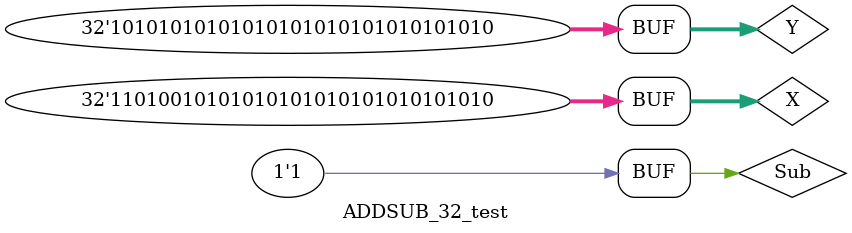
<source format=v>
`timescale 1ns / 1ps


module ADDSUB_32_test;
    reg [31:0]X,Y;
    reg Sub;
    wire [31:0]S;
    wire Cout;
    ADDSUB_32 uut(.X(X),.Y(Y),.Sub(Sub),.S(S),.Cout(Cout));
	initial begin
       //¼Ó·¨²âÊÔ
        X=32'b01010010101010101010101010101010;
        Y=32'b10101010101010101010101010101010;
        Sub=0;
        #20;
        //¼õ·¨²âÊÔ
        X=32'b11010010101010101010101010101010;
        Y=32'b10101010101010101010101010101010;
        Sub=1;
	end
endmodule

</source>
